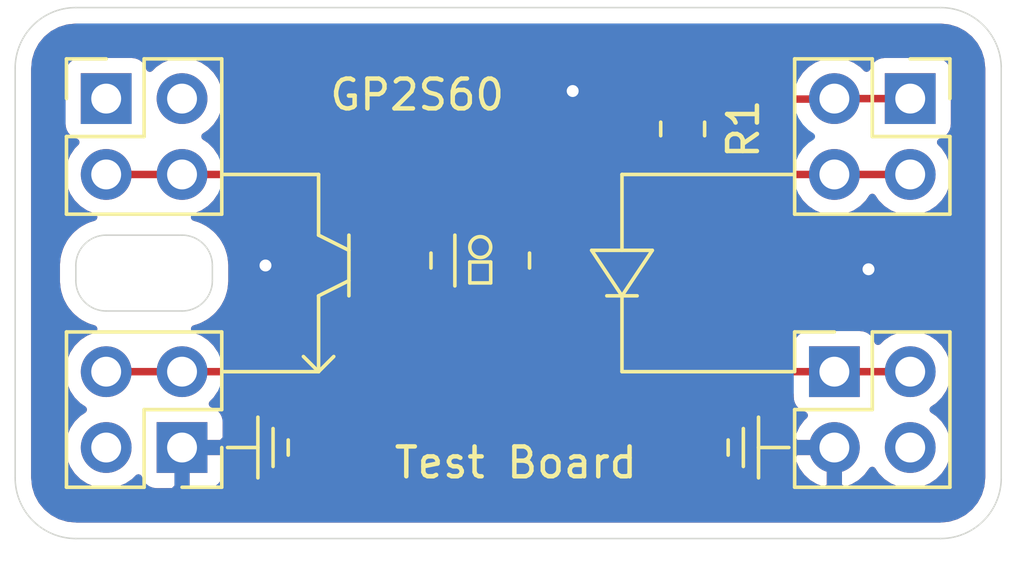
<source format=kicad_pcb>
(kicad_pcb (version 20171130) (host pcbnew "(5.1.9-0-10_14)")

  (general
    (thickness 1.6)
    (drawings 59)
    (tracks 26)
    (zones 0)
    (modules 6)
    (nets 11)
  )

  (page A4)
  (layers
    (0 F.Cu signal)
    (31 B.Cu signal)
    (32 B.Adhes user)
    (33 F.Adhes user)
    (34 B.Paste user)
    (35 F.Paste user)
    (36 B.SilkS user)
    (37 F.SilkS user)
    (38 B.Mask user)
    (39 F.Mask user)
    (40 Dwgs.User user)
    (41 Cmts.User user)
    (42 Eco1.User user)
    (43 Eco2.User user)
    (44 Edge.Cuts user)
    (45 Margin user)
    (46 B.CrtYd user)
    (47 F.CrtYd user)
    (48 B.Fab user hide)
    (49 F.Fab user hide)
  )

  (setup
    (last_trace_width 0.25)
    (user_trace_width 0.5)
    (trace_clearance 0.2)
    (zone_clearance 0.508)
    (zone_45_only no)
    (trace_min 0.2)
    (via_size 0.8)
    (via_drill 0.4)
    (via_min_size 0.4)
    (via_min_drill 0.3)
    (uvia_size 0.3)
    (uvia_drill 0.1)
    (uvias_allowed no)
    (uvia_min_size 0.2)
    (uvia_min_drill 0.1)
    (edge_width 0.05)
    (segment_width 0.2)
    (pcb_text_width 0.3)
    (pcb_text_size 1.5 1.5)
    (mod_edge_width 0.12)
    (mod_text_size 1 1)
    (mod_text_width 0.15)
    (pad_size 1.524 1.524)
    (pad_drill 0.762)
    (pad_to_mask_clearance 0)
    (aux_axis_origin 0 0)
    (visible_elements FFFFFF7F)
    (pcbplotparams
      (layerselection 0x010fc_ffffffff)
      (usegerberextensions false)
      (usegerberattributes true)
      (usegerberadvancedattributes true)
      (creategerberjobfile true)
      (excludeedgelayer true)
      (linewidth 0.100000)
      (plotframeref false)
      (viasonmask false)
      (mode 1)
      (useauxorigin false)
      (hpglpennumber 1)
      (hpglpenspeed 20)
      (hpglpendiameter 15.000000)
      (psnegative false)
      (psa4output false)
      (plotreference true)
      (plotvalue true)
      (plotinvisibletext false)
      (padsonsilk false)
      (subtractmaskfromsilk false)
      (outputformat 1)
      (mirror false)
      (drillshape 0)
      (scaleselection 1)
      (outputdirectory "Release/"))
  )

  (net 0 "")
  (net 1 "Net-(J1-Pad3)")
  (net 2 "Net-(J1-Pad2)")
  (net 3 "Net-(J1-Pad1)")
  (net 4 "Net-(J2-Pad3)")
  (net 5 "Net-(J2-Pad2)")
  (net 6 "Net-(J3-Pad4)")
  (net 7 "Net-(J3-Pad1)")
  (net 8 "Net-(J4-Pad2)")
  (net 9 "Net-(J4-Pad1)")
  (net 10 GND)

  (net_class Default "This is the default net class."
    (clearance 0.2)
    (trace_width 0.25)
    (via_dia 0.8)
    (via_drill 0.4)
    (uvia_dia 0.3)
    (uvia_drill 0.1)
    (add_net GND)
    (add_net "Net-(J1-Pad1)")
    (add_net "Net-(J1-Pad2)")
    (add_net "Net-(J1-Pad3)")
    (add_net "Net-(J2-Pad2)")
    (add_net "Net-(J2-Pad3)")
    (add_net "Net-(J3-Pad1)")
    (add_net "Net-(J3-Pad4)")
    (add_net "Net-(J4-Pad1)")
    (add_net "Net-(J4-Pad2)")
  )

  (module WYW_Package:GP2S60_3217 (layer F.Cu) (tedit 615C54D5) (tstamp 615D1591)
    (at 111.252 80.264)
    (path /615C5AAE)
    (fp_text reference U1 (at 1.4 -1.524) (layer F.Fab)
      (effects (font (size 1 1) (thickness 0.15)))
    )
    (fp_text value GP2S60 (at -11.6 -8) (layer F.Fab)
      (effects (font (size 1 1) (thickness 0.15)))
    )
    (fp_line (start 3 0.6) (end 3 1.1) (layer F.SilkS) (width 0.12))
    (fp_line (start -0.3 0.6) (end -0.3 1.1) (layer F.SilkS) (width 0.12))
    (fp_line (start 0.5 0) (end 0.5 1.7) (layer F.SilkS) (width 0.12))
    (fp_circle (center 1.35 0.4) (end 1.7 0.4) (layer F.SilkS) (width 0.12))
    (fp_line (start 1 0.9) (end 1 1.6) (layer F.SilkS) (width 0.12))
    (fp_line (start 1.7 0.9) (end 1 0.9) (layer F.SilkS) (width 0.12))
    (fp_line (start 1.7 1.6) (end 1.7 0.9) (layer F.SilkS) (width 0.12))
    (fp_line (start 1 1.6) (end 1.7 1.6) (layer F.SilkS) (width 0.12))
    (fp_line (start -0.25 1.175) (end 2.95 1.175) (layer Dwgs.User) (width 0.12))
    (fp_line (start -0.25 0.525) (end -0.25 1.175) (layer Dwgs.User) (width 0.12))
    (fp_line (start 2.95 0.525) (end 2.95 1.175) (layer Dwgs.User) (width 0.12))
    (fp_line (start -0.25 0.525) (end 2.95 0.525) (layer Dwgs.User) (width 0.12))
    (fp_line (start 0 1.7) (end 0 0) (layer Dwgs.User) (width 0.12))
    (fp_line (start 2.7 1.7) (end 0 1.7) (layer Dwgs.User) (width 0.12))
    (fp_line (start 2.7 0) (end 2.7 1.7) (layer Dwgs.User) (width 0.12))
    (fp_line (start 0 0) (end 2.7 0) (layer Dwgs.User) (width 0.12))
    (pad 1 smd roundrect (at -0.2 0.2) (size 1.2 0.7) (layers F.Cu F.Paste F.Mask) (roundrect_rratio 0.25)
      (net 1 "Net-(J1-Pad3)"))
    (pad 2 smd roundrect (at -0.2 1.5) (size 1.2 0.7) (layers F.Cu F.Paste F.Mask) (roundrect_rratio 0.25)
      (net 4 "Net-(J2-Pad3)"))
    (pad 3 smd roundrect (at 2.9 1.5) (size 1.2 0.7) (layers F.Cu F.Paste F.Mask) (roundrect_rratio 0.25)
      (net 7 "Net-(J3-Pad1)"))
    (pad 4 smd roundrect (at 2.9 0.2) (size 1.2 0.7) (layers F.Cu F.Paste F.Mask) (roundrect_rratio 0.25)
      (net 8 "Net-(J4-Pad2)"))
  )

  (module Resistor_SMD:R_0805_2012Metric_Pad1.20x1.40mm_HandSolder (layer F.Cu) (tedit 5F68FEEE) (tstamp 615D1579)
    (at 119.38 76.708 270)
    (descr "Resistor SMD 0805 (2012 Metric), square (rectangular) end terminal, IPC_7351 nominal with elongated pad for handsoldering. (Body size source: IPC-SM-782 page 72, https://www.pcb-3d.com/wordpress/wp-content/uploads/ipc-sm-782a_amendment_1_and_2.pdf), generated with kicad-footprint-generator")
    (tags "resistor handsolder")
    (path /615C6477)
    (attr smd)
    (fp_text reference R1 (at 0 -2.032 90) (layer F.SilkS)
      (effects (font (size 1 1) (thickness 0.15)))
    )
    (fp_text value R_Small (at 0 1.65 90) (layer F.Fab)
      (effects (font (size 1 1) (thickness 0.15)))
    )
    (fp_text user %R (at 0 0 90) (layer F.Fab)
      (effects (font (size 0.5 0.5) (thickness 0.08)))
    )
    (fp_line (start -1 0.625) (end -1 -0.625) (layer F.Fab) (width 0.1))
    (fp_line (start -1 -0.625) (end 1 -0.625) (layer F.Fab) (width 0.1))
    (fp_line (start 1 -0.625) (end 1 0.625) (layer F.Fab) (width 0.1))
    (fp_line (start 1 0.625) (end -1 0.625) (layer F.Fab) (width 0.1))
    (fp_line (start -0.227064 -0.735) (end 0.227064 -0.735) (layer F.SilkS) (width 0.12))
    (fp_line (start -0.227064 0.735) (end 0.227064 0.735) (layer F.SilkS) (width 0.12))
    (fp_line (start -1.85 0.95) (end -1.85 -0.95) (layer F.CrtYd) (width 0.05))
    (fp_line (start -1.85 -0.95) (end 1.85 -0.95) (layer F.CrtYd) (width 0.05))
    (fp_line (start 1.85 -0.95) (end 1.85 0.95) (layer F.CrtYd) (width 0.05))
    (fp_line (start 1.85 0.95) (end -1.85 0.95) (layer F.CrtYd) (width 0.05))
    (pad 2 smd roundrect (at 1 0 270) (size 1.2 1.4) (layers F.Cu F.Paste F.Mask) (roundrect_rratio 0.2083325)
      (net 8 "Net-(J4-Pad2)"))
    (pad 1 smd roundrect (at -1 0 270) (size 1.2 1.4) (layers F.Cu F.Paste F.Mask) (roundrect_rratio 0.2083325)
      (net 9 "Net-(J4-Pad1)"))
    (model ${KISYS3DMOD}/Resistor_SMD.3dshapes/R_0805_2012Metric.wrl
      (at (xyz 0 0 0))
      (scale (xyz 1 1 1))
      (rotate (xyz 0 0 0))
    )
  )

  (module Connector_PinHeader_2.54mm:PinHeader_2x02_P2.54mm_Vertical (layer F.Cu) (tedit 59FED5CC) (tstamp 615D1568)
    (at 127 75.692 270)
    (descr "Through hole straight pin header, 2x02, 2.54mm pitch, double rows")
    (tags "Through hole pin header THT 2x02 2.54mm double row")
    (path /615C726C)
    (fp_text reference J4 (at 1.27 -2.33 90) (layer B.Fab)
      (effects (font (size 1 1) (thickness 0.15)))
    )
    (fp_text value Conn_02x02_Top_Bottom (at 1.27 4.87 90) (layer F.Fab)
      (effects (font (size 1 1) (thickness 0.15)))
    )
    (fp_text user %R (at 1.27 1.27) (layer F.Fab)
      (effects (font (size 1 1) (thickness 0.15)))
    )
    (fp_line (start 0 -1.27) (end 3.81 -1.27) (layer F.Fab) (width 0.1))
    (fp_line (start 3.81 -1.27) (end 3.81 3.81) (layer F.Fab) (width 0.1))
    (fp_line (start 3.81 3.81) (end -1.27 3.81) (layer F.Fab) (width 0.1))
    (fp_line (start -1.27 3.81) (end -1.27 0) (layer F.Fab) (width 0.1))
    (fp_line (start -1.27 0) (end 0 -1.27) (layer F.Fab) (width 0.1))
    (fp_line (start -1.33 3.87) (end 3.87 3.87) (layer F.SilkS) (width 0.12))
    (fp_line (start -1.33 1.27) (end -1.33 3.87) (layer F.SilkS) (width 0.12))
    (fp_line (start 3.87 -1.33) (end 3.87 3.87) (layer F.SilkS) (width 0.12))
    (fp_line (start -1.33 1.27) (end 1.27 1.27) (layer F.SilkS) (width 0.12))
    (fp_line (start 1.27 1.27) (end 1.27 -1.33) (layer F.SilkS) (width 0.12))
    (fp_line (start 1.27 -1.33) (end 3.87 -1.33) (layer F.SilkS) (width 0.12))
    (fp_line (start -1.33 0) (end -1.33 -1.33) (layer F.SilkS) (width 0.12))
    (fp_line (start -1.33 -1.33) (end 0 -1.33) (layer F.SilkS) (width 0.12))
    (fp_line (start -1.8 -1.8) (end -1.8 4.35) (layer F.CrtYd) (width 0.05))
    (fp_line (start -1.8 4.35) (end 4.35 4.35) (layer F.CrtYd) (width 0.05))
    (fp_line (start 4.35 4.35) (end 4.35 -1.8) (layer F.CrtYd) (width 0.05))
    (fp_line (start 4.35 -1.8) (end -1.8 -1.8) (layer F.CrtYd) (width 0.05))
    (pad 4 thru_hole oval (at 2.54 2.54 270) (size 1.7 1.7) (drill 1) (layers *.Cu *.Mask)
      (net 8 "Net-(J4-Pad2)"))
    (pad 3 thru_hole oval (at 0 2.54 270) (size 1.7 1.7) (drill 1) (layers *.Cu *.Mask)
      (net 9 "Net-(J4-Pad1)"))
    (pad 2 thru_hole oval (at 2.54 0 270) (size 1.7 1.7) (drill 1) (layers *.Cu *.Mask)
      (net 8 "Net-(J4-Pad2)"))
    (pad 1 thru_hole rect (at 0 0 270) (size 1.7 1.7) (drill 1) (layers *.Cu *.Mask)
      (net 9 "Net-(J4-Pad1)"))
    (model ${KISYS3DMOD}/Connector_PinHeader_2.54mm.3dshapes/PinHeader_2x02_P2.54mm_Vertical.wrl
      (at (xyz 0 0 0))
      (scale (xyz 1 1 1))
      (rotate (xyz 0 0 0))
    )
  )

  (module Connector_PinHeader_2.54mm:PinHeader_2x02_P2.54mm_Vertical (layer F.Cu) (tedit 59FED5CC) (tstamp 615D154E)
    (at 124.46 84.836)
    (descr "Through hole straight pin header, 2x02, 2.54mm pitch, double rows")
    (tags "Through hole pin header THT 2x02 2.54mm double row")
    (path /615CA141)
    (fp_text reference J3 (at 1.27 -2.33) (layer B.Fab)
      (effects (font (size 1 1) (thickness 0.15)))
    )
    (fp_text value Conn_02x02_Top_Bottom (at 1.27 4.87) (layer F.Fab)
      (effects (font (size 1 1) (thickness 0.15)))
    )
    (fp_text user %R (at 1.27 1.27 90) (layer F.Fab)
      (effects (font (size 1 1) (thickness 0.15)))
    )
    (fp_line (start 0 -1.27) (end 3.81 -1.27) (layer F.Fab) (width 0.1))
    (fp_line (start 3.81 -1.27) (end 3.81 3.81) (layer F.Fab) (width 0.1))
    (fp_line (start 3.81 3.81) (end -1.27 3.81) (layer F.Fab) (width 0.1))
    (fp_line (start -1.27 3.81) (end -1.27 0) (layer F.Fab) (width 0.1))
    (fp_line (start -1.27 0) (end 0 -1.27) (layer F.Fab) (width 0.1))
    (fp_line (start -1.33 3.87) (end 3.87 3.87) (layer F.SilkS) (width 0.12))
    (fp_line (start -1.33 1.27) (end -1.33 3.87) (layer F.SilkS) (width 0.12))
    (fp_line (start 3.87 -1.33) (end 3.87 3.87) (layer F.SilkS) (width 0.12))
    (fp_line (start -1.33 1.27) (end 1.27 1.27) (layer F.SilkS) (width 0.12))
    (fp_line (start 1.27 1.27) (end 1.27 -1.33) (layer F.SilkS) (width 0.12))
    (fp_line (start 1.27 -1.33) (end 3.87 -1.33) (layer F.SilkS) (width 0.12))
    (fp_line (start -1.33 0) (end -1.33 -1.33) (layer F.SilkS) (width 0.12))
    (fp_line (start -1.33 -1.33) (end 0 -1.33) (layer F.SilkS) (width 0.12))
    (fp_line (start -1.8 -1.8) (end -1.8 4.35) (layer F.CrtYd) (width 0.05))
    (fp_line (start -1.8 4.35) (end 4.35 4.35) (layer F.CrtYd) (width 0.05))
    (fp_line (start 4.35 4.35) (end 4.35 -1.8) (layer F.CrtYd) (width 0.05))
    (fp_line (start 4.35 -1.8) (end -1.8 -1.8) (layer F.CrtYd) (width 0.05))
    (pad 4 thru_hole oval (at 2.54 2.54) (size 1.7 1.7) (drill 1) (layers *.Cu *.Mask)
      (net 6 "Net-(J3-Pad4)"))
    (pad 3 thru_hole oval (at 0 2.54) (size 1.7 1.7) (drill 1) (layers *.Cu *.Mask)
      (net 10 GND))
    (pad 2 thru_hole oval (at 2.54 0) (size 1.7 1.7) (drill 1) (layers *.Cu *.Mask)
      (net 7 "Net-(J3-Pad1)"))
    (pad 1 thru_hole rect (at 0 0) (size 1.7 1.7) (drill 1) (layers *.Cu *.Mask)
      (net 7 "Net-(J3-Pad1)"))
    (model ${KISYS3DMOD}/Connector_PinHeader_2.54mm.3dshapes/PinHeader_2x02_P2.54mm_Vertical.wrl
      (at (xyz 0 0 0))
      (scale (xyz 1 1 1))
      (rotate (xyz 0 0 0))
    )
  )

  (module Connector_PinHeader_2.54mm:PinHeader_2x02_P2.54mm_Vertical (layer F.Cu) (tedit 59FED5CC) (tstamp 615D1534)
    (at 102.616 87.376 180)
    (descr "Through hole straight pin header, 2x02, 2.54mm pitch, double rows")
    (tags "Through hole pin header THT 2x02 2.54mm double row")
    (path /615C94D7)
    (fp_text reference J2 (at 1.27 -2.33) (layer B.Fab)
      (effects (font (size 1 1) (thickness 0.15)))
    )
    (fp_text value Conn_02x02_Top_Bottom (at 1.27 4.87) (layer F.Fab)
      (effects (font (size 1 1) (thickness 0.15)))
    )
    (fp_text user %R (at 1.27 1.27 90) (layer F.Fab)
      (effects (font (size 1 1) (thickness 0.15)))
    )
    (fp_line (start 0 -1.27) (end 3.81 -1.27) (layer F.Fab) (width 0.1))
    (fp_line (start 3.81 -1.27) (end 3.81 3.81) (layer F.Fab) (width 0.1))
    (fp_line (start 3.81 3.81) (end -1.27 3.81) (layer F.Fab) (width 0.1))
    (fp_line (start -1.27 3.81) (end -1.27 0) (layer F.Fab) (width 0.1))
    (fp_line (start -1.27 0) (end 0 -1.27) (layer F.Fab) (width 0.1))
    (fp_line (start -1.33 3.87) (end 3.87 3.87) (layer F.SilkS) (width 0.12))
    (fp_line (start -1.33 1.27) (end -1.33 3.87) (layer F.SilkS) (width 0.12))
    (fp_line (start 3.87 -1.33) (end 3.87 3.87) (layer F.SilkS) (width 0.12))
    (fp_line (start -1.33 1.27) (end 1.27 1.27) (layer F.SilkS) (width 0.12))
    (fp_line (start 1.27 1.27) (end 1.27 -1.33) (layer F.SilkS) (width 0.12))
    (fp_line (start 1.27 -1.33) (end 3.87 -1.33) (layer F.SilkS) (width 0.12))
    (fp_line (start -1.33 0) (end -1.33 -1.33) (layer F.SilkS) (width 0.12))
    (fp_line (start -1.33 -1.33) (end 0 -1.33) (layer F.SilkS) (width 0.12))
    (fp_line (start -1.8 -1.8) (end -1.8 4.35) (layer F.CrtYd) (width 0.05))
    (fp_line (start -1.8 4.35) (end 4.35 4.35) (layer F.CrtYd) (width 0.05))
    (fp_line (start 4.35 4.35) (end 4.35 -1.8) (layer F.CrtYd) (width 0.05))
    (fp_line (start 4.35 -1.8) (end -1.8 -1.8) (layer F.CrtYd) (width 0.05))
    (pad 4 thru_hole oval (at 2.54 2.54 180) (size 1.7 1.7) (drill 1) (layers *.Cu *.Mask)
      (net 4 "Net-(J2-Pad3)"))
    (pad 3 thru_hole oval (at 0 2.54 180) (size 1.7 1.7) (drill 1) (layers *.Cu *.Mask)
      (net 4 "Net-(J2-Pad3)"))
    (pad 2 thru_hole oval (at 2.54 0 180) (size 1.7 1.7) (drill 1) (layers *.Cu *.Mask)
      (net 5 "Net-(J2-Pad2)"))
    (pad 1 thru_hole rect (at 0 0 180) (size 1.7 1.7) (drill 1) (layers *.Cu *.Mask)
      (net 10 GND))
    (model ${KISYS3DMOD}/Connector_PinHeader_2.54mm.3dshapes/PinHeader_2x02_P2.54mm_Vertical.wrl
      (at (xyz 0 0 0))
      (scale (xyz 1 1 1))
      (rotate (xyz 0 0 0))
    )
  )

  (module Connector_PinHeader_2.54mm:PinHeader_2x02_P2.54mm_Vertical (layer F.Cu) (tedit 59FED5CC) (tstamp 615D151A)
    (at 100.076 75.692)
    (descr "Through hole straight pin header, 2x02, 2.54mm pitch, double rows")
    (tags "Through hole pin header THT 2x02 2.54mm double row")
    (path /615C8E25)
    (fp_text reference J1 (at 1.27 -2.33) (layer B.Fab)
      (effects (font (size 1 1) (thickness 0.15)))
    )
    (fp_text value Conn_02x02_Top_Bottom (at 1.27 4.87) (layer F.Fab)
      (effects (font (size 1 1) (thickness 0.15)))
    )
    (fp_text user %R (at 1.27 1.27 90) (layer F.Fab)
      (effects (font (size 1 1) (thickness 0.15)))
    )
    (fp_line (start 0 -1.27) (end 3.81 -1.27) (layer F.Fab) (width 0.1))
    (fp_line (start 3.81 -1.27) (end 3.81 3.81) (layer F.Fab) (width 0.1))
    (fp_line (start 3.81 3.81) (end -1.27 3.81) (layer F.Fab) (width 0.1))
    (fp_line (start -1.27 3.81) (end -1.27 0) (layer F.Fab) (width 0.1))
    (fp_line (start -1.27 0) (end 0 -1.27) (layer F.Fab) (width 0.1))
    (fp_line (start -1.33 3.87) (end 3.87 3.87) (layer F.SilkS) (width 0.12))
    (fp_line (start -1.33 1.27) (end -1.33 3.87) (layer F.SilkS) (width 0.12))
    (fp_line (start 3.87 -1.33) (end 3.87 3.87) (layer F.SilkS) (width 0.12))
    (fp_line (start -1.33 1.27) (end 1.27 1.27) (layer F.SilkS) (width 0.12))
    (fp_line (start 1.27 1.27) (end 1.27 -1.33) (layer F.SilkS) (width 0.12))
    (fp_line (start 1.27 -1.33) (end 3.87 -1.33) (layer F.SilkS) (width 0.12))
    (fp_line (start -1.33 0) (end -1.33 -1.33) (layer F.SilkS) (width 0.12))
    (fp_line (start -1.33 -1.33) (end 0 -1.33) (layer F.SilkS) (width 0.12))
    (fp_line (start -1.8 -1.8) (end -1.8 4.35) (layer F.CrtYd) (width 0.05))
    (fp_line (start -1.8 4.35) (end 4.35 4.35) (layer F.CrtYd) (width 0.05))
    (fp_line (start 4.35 4.35) (end 4.35 -1.8) (layer F.CrtYd) (width 0.05))
    (fp_line (start 4.35 -1.8) (end -1.8 -1.8) (layer F.CrtYd) (width 0.05))
    (pad 4 thru_hole oval (at 2.54 2.54) (size 1.7 1.7) (drill 1) (layers *.Cu *.Mask)
      (net 1 "Net-(J1-Pad3)"))
    (pad 3 thru_hole oval (at 0 2.54) (size 1.7 1.7) (drill 1) (layers *.Cu *.Mask)
      (net 1 "Net-(J1-Pad3)"))
    (pad 2 thru_hole oval (at 2.54 0) (size 1.7 1.7) (drill 1) (layers *.Cu *.Mask)
      (net 2 "Net-(J1-Pad2)"))
    (pad 1 thru_hole rect (at 0 0) (size 1.7 1.7) (drill 1) (layers *.Cu *.Mask)
      (net 3 "Net-(J1-Pad1)"))
    (model ${KISYS3DMOD}/Connector_PinHeader_2.54mm.3dshapes/PinHeader_2x02_P2.54mm_Vertical.wrl
      (at (xyz 0 0 0))
      (scale (xyz 1 1 1))
      (rotate (xyz 0 0 0))
    )
  )

  (gr_line (start 117.348 84.836) (end 123.063 84.836) (layer F.SilkS) (width 0.12))
  (gr_line (start 117.348 78.232) (end 123.063 78.232) (layer F.SilkS) (width 0.12))
  (gr_line (start 107.188 84.836) (end 104.013 84.836) (layer F.SilkS) (width 0.12))
  (gr_line (start 107.188 78.232) (end 104.013 78.232) (layer F.SilkS) (width 0.12))
  (gr_text GP2S60 (at 110.49 75.565) (layer F.SilkS) (tstamp 615D1EB7)
    (effects (font (size 1 1) (thickness 0.15)))
  )
  (gr_line (start 121.412 88.011) (end 121.412 86.741) (layer F.SilkS) (width 0.12) (tstamp 615D1C5F))
  (gr_line (start 120.904 87.63) (end 120.904 87.122) (layer F.SilkS) (width 0.12) (tstamp 615D1C5E))
  (gr_line (start 122.936 87.376) (end 121.92 87.376) (layer F.SilkS) (width 0.12) (tstamp 615D1C5D))
  (gr_line (start 121.92 88.392) (end 121.92 86.36) (layer F.SilkS) (width 0.12) (tstamp 615D1C5C))
  (gr_line (start 105.664 86.741) (end 105.664 88.011) (layer F.SilkS) (width 0.12))
  (gr_line (start 106.172 87.122) (end 106.172 87.63) (layer F.SilkS) (width 0.12))
  (gr_line (start 105.156 86.36) (end 105.156 88.392) (layer F.SilkS) (width 0.12))
  (gr_line (start 104.14 87.376) (end 105.156 87.376) (layer F.SilkS) (width 0.12))
  (gr_text "Test Board" (at 113.792 87.884) (layer F.SilkS)
    (effects (font (size 1 1) (thickness 0.15)))
  )
  (gr_line (start 117.348 82.296) (end 117.348 84.836) (layer F.SilkS) (width 0.12))
  (gr_line (start 116.84 82.296) (end 117.856 82.296) (layer F.SilkS) (width 0.12))
  (gr_line (start 117.348 82.296) (end 116.332 80.772) (layer F.SilkS) (width 0.12) (tstamp 615D1AC2))
  (gr_line (start 118.364 80.772) (end 117.348 82.296) (layer F.SilkS) (width 0.12))
  (gr_line (start 116.332 80.772) (end 118.364 80.772) (layer F.SilkS) (width 0.12))
  (gr_line (start 117.348 78.232) (end 117.348 80.772) (layer F.SilkS) (width 0.12))
  (gr_line (start 108.204 80.264) (end 108.204 82.296) (layer F.SilkS) (width 0.12))
  (gr_line (start 107.696 84.328) (end 107.188 84.836) (layer F.SilkS) (width 0.12) (tstamp 615D1A71))
  (gr_line (start 107.188 84.836) (end 106.68 84.328) (layer F.SilkS) (width 0.12))
  (gr_line (start 107.188 82.296) (end 107.188 84.836) (layer F.SilkS) (width 0.12))
  (gr_line (start 108.204 81.788) (end 107.188 82.296) (layer F.SilkS) (width 0.12))
  (gr_line (start 107.188 80.264) (end 108.204 80.772) (layer F.SilkS) (width 0.12))
  (gr_line (start 107.188 78.232) (end 107.188 80.264) (layer F.SilkS) (width 0.12))
  (gr_arc (start 102.616 81.788) (end 102.616 83.058) (angle -90) (layer Margin) (width 0.15))
  (gr_arc (start 102.616 81.28) (end 103.886 81.28) (angle -90) (layer Margin) (width 0.15))
  (gr_arc (start 100.076 81.28) (end 100.076 80.01) (angle -90) (layer Margin) (width 0.15))
  (gr_arc (start 100.076 81.788) (end 98.806 81.788) (angle -90) (layer Margin) (width 0.15))
  (gr_line (start 100.076 83.058) (end 102.616 83.058) (layer Margin) (width 0.15) (tstamp 615D1A6F))
  (gr_line (start 100.076 80.01) (end 102.616 80.01) (layer Margin) (width 0.15))
  (gr_line (start 98.806 81.788) (end 98.806 81.28) (layer Margin) (width 0.15))
  (gr_line (start 103.886 81.28) (end 103.886 81.788) (layer Margin) (width 0.15))
  (gr_arc (start 102.616 81.788) (end 102.616 82.804) (angle -90) (layer Edge.Cuts) (width 0.05))
  (gr_arc (start 100.076 81.788) (end 99.06 81.788) (angle -90) (layer Edge.Cuts) (width 0.05))
  (gr_arc (start 100.076 81.28) (end 100.076 80.264) (angle -90) (layer Edge.Cuts) (width 0.05))
  (gr_arc (start 102.616 81.28) (end 103.632 81.28) (angle -90) (layer Edge.Cuts) (width 0.05))
  (gr_line (start 99.06 81.788) (end 99.06 81.28) (layer Edge.Cuts) (width 0.05) (tstamp 615D1A49))
  (gr_line (start 102.616 82.804) (end 100.076 82.804) (layer Edge.Cuts) (width 0.05))
  (gr_line (start 103.632 81.28) (end 103.632 81.788) (layer Edge.Cuts) (width 0.05))
  (gr_line (start 100.076 80.264) (end 102.616 80.264) (layer Edge.Cuts) (width 0.05))
  (gr_arc (start 99.06 88.392) (end 97.028 88.392) (angle -90) (layer Edge.Cuts) (width 0.05) (tstamp 615D1A26))
  (gr_arc (start 128.016 88.392) (end 128.016 90.424) (angle -90) (layer Edge.Cuts) (width 0.05) (tstamp 615D1A26))
  (gr_arc (start 128.016 74.676) (end 130.048 74.676) (angle -90) (layer Edge.Cuts) (width 0.05) (tstamp 615D1A26))
  (gr_arc (start 128.016 74.676) (end 129.54 74.676) (angle -90) (layer Margin) (width 0.15) (tstamp 615D1A17))
  (gr_arc (start 128.016 88.392) (end 128.016 89.916) (angle -90) (layer Margin) (width 0.15) (tstamp 615D1A17))
  (gr_arc (start 99.06 88.392) (end 97.536 88.392) (angle -90) (layer Margin) (width 0.15) (tstamp 615D1A17))
  (gr_arc (start 99.06 74.676) (end 99.06 73.152) (angle -90) (layer Margin) (width 0.15))
  (gr_arc (start 99.06 74.676) (end 99.06 72.644) (angle -90) (layer Edge.Cuts) (width 0.05))
  (gr_line (start 128.016 72.644) (end 99.06 72.644) (layer Edge.Cuts) (width 0.05) (tstamp 615D1A0B))
  (gr_line (start 130.048 88.392) (end 130.048 74.676) (layer Edge.Cuts) (width 0.05))
  (gr_line (start 99.06 90.424) (end 128.016 90.424) (layer Edge.Cuts) (width 0.05))
  (gr_line (start 97.028 74.676) (end 97.028 88.392) (layer Edge.Cuts) (width 0.05))
  (gr_line (start 128.016 73.152) (end 99.06 73.152) (layer Margin) (width 0.15) (tstamp 615D1960))
  (gr_line (start 129.54 88.392) (end 129.54 74.676) (layer Margin) (width 0.15))
  (gr_line (start 99.06 89.916) (end 128.016 89.916) (layer Margin) (width 0.15))
  (gr_line (start 97.536 74.676) (end 97.536 88.392) (layer Margin) (width 0.15))

  (segment (start 111.052 80.464) (end 111.052 78.54) (width 0.25) (layer F.Cu) (net 1))
  (segment (start 110.744 78.232) (end 102.616 78.232) (width 0.25) (layer F.Cu) (net 1))
  (segment (start 111.052 78.54) (end 110.744 78.232) (width 0.25) (layer F.Cu) (net 1))
  (segment (start 102.616 78.232) (end 100.076 78.232) (width 0.25) (layer F.Cu) (net 1))
  (segment (start 100.076 84.836) (end 102.616 84.836) (width 0.25) (layer F.Cu) (net 4))
  (segment (start 111.052 81.764) (end 111.052 84.528) (width 0.25) (layer F.Cu) (net 4))
  (segment (start 110.744 84.836) (end 102.616 84.836) (width 0.25) (layer F.Cu) (net 4))
  (segment (start 111.052 84.528) (end 110.744 84.836) (width 0.25) (layer F.Cu) (net 4))
  (segment (start 114.152 81.764) (end 114.152 84.688) (width 0.25) (layer F.Cu) (net 7))
  (segment (start 114.152 84.688) (end 114.3 84.836) (width 0.25) (layer F.Cu) (net 7))
  (segment (start 114.3 84.836) (end 124.46 84.836) (width 0.25) (layer F.Cu) (net 7))
  (segment (start 124.46 84.836) (end 127 84.836) (width 0.25) (layer F.Cu) (net 7))
  (segment (start 114.152 80.464) (end 114.152 78.38) (width 0.25) (layer F.Cu) (net 8))
  (segment (start 114.152 78.38) (end 114.3 78.232) (width 0.25) (layer F.Cu) (net 8))
  (segment (start 118.856 78.232) (end 119.38 77.708) (width 0.25) (layer F.Cu) (net 8))
  (segment (start 114.3 78.232) (end 118.856 78.232) (width 0.25) (layer F.Cu) (net 8))
  (segment (start 119.38 77.708) (end 119.872 77.708) (width 0.25) (layer F.Cu) (net 8))
  (segment (start 120.396 78.232) (end 124.46 78.232) (width 0.25) (layer F.Cu) (net 8))
  (segment (start 119.872 77.708) (end 120.396 78.232) (width 0.25) (layer F.Cu) (net 8))
  (segment (start 124.46 78.232) (end 127 78.232) (width 0.25) (layer F.Cu) (net 8))
  (segment (start 124.444 75.708) (end 124.46 75.692) (width 0.25) (layer F.Cu) (net 9))
  (segment (start 119.38 75.708) (end 124.444 75.708) (width 0.25) (layer F.Cu) (net 9))
  (segment (start 127 75.692) (end 124.46 75.692) (width 0.25) (layer F.Cu) (net 9))
  (via (at 105.41 81.28) (size 0.8) (drill 0.4) (layers F.Cu B.Cu) (net 10))
  (via (at 115.697 75.438) (size 0.8) (drill 0.4) (layers F.Cu B.Cu) (net 10))
  (via (at 125.603 81.407) (size 0.8) (drill 0.4) (layers F.Cu B.Cu) (net 10))

  (zone (net 10) (net_name GND) (layer F.Cu) (tstamp 615D1EE6) (hatch edge 0.508)
    (connect_pads (clearance 0.508))
    (min_thickness 0.254)
    (fill yes (arc_segments 32) (thermal_gap 0.508) (thermal_bridge_width 0.508))
    (polygon
      (pts
        (xy 130.81 91.44) (xy 96.52 91.44) (xy 96.52 72.39) (xy 130.81 72.39)
      )
    )
    (filled_polygon
      (pts
        (xy 128.281875 73.333234) (xy 128.537622 73.410448) (xy 128.773504 73.535869) (xy 128.98053 73.704716) (xy 129.150813 73.910554)
        (xy 129.277879 74.145556) (xy 129.356876 74.400756) (xy 129.388001 74.696891) (xy 129.388 88.359721) (xy 129.358766 88.657876)
        (xy 129.281551 88.913624) (xy 129.156131 89.149504) (xy 128.987289 89.356525) (xy 128.781446 89.526813) (xy 128.546444 89.653879)
        (xy 128.29124 89.732877) (xy 127.995118 89.764) (xy 99.092279 89.764) (xy 98.794124 89.734766) (xy 98.538376 89.657551)
        (xy 98.302496 89.532131) (xy 98.095475 89.363289) (xy 97.925187 89.157446) (xy 97.798121 88.922444) (xy 97.719123 88.66724)
        (xy 97.688 88.371118) (xy 97.688 81.247581) (xy 98.4 81.247581) (xy 98.4 81.820418) (xy 98.402784 81.84869)
        (xy 98.402741 81.854911) (xy 98.403641 81.864083) (xy 98.424368 82.061284) (xy 98.436387 82.119834) (xy 98.447604 82.178639)
        (xy 98.450268 82.187461) (xy 98.508903 82.376882) (xy 98.532076 82.432009) (xy 98.554493 82.487492) (xy 98.558819 82.495629)
        (xy 98.65313 82.670052) (xy 98.686575 82.719636) (xy 98.719335 82.769699) (xy 98.725159 82.77684) (xy 98.851554 82.929624)
        (xy 98.893969 82.971744) (xy 98.935851 83.014513) (xy 98.942952 83.020387) (xy 99.096614 83.145711) (xy 99.146423 83.178803)
        (xy 99.195795 83.21261) (xy 99.203902 83.216993) (xy 99.37898 83.310084) (xy 99.434275 83.332875) (xy 99.48927 83.356446)
        (xy 99.498074 83.359171) (xy 99.653204 83.406007) (xy 99.642842 83.408068) (xy 99.372589 83.52001) (xy 99.129368 83.682525)
        (xy 98.922525 83.889368) (xy 98.76001 84.132589) (xy 98.648068 84.402842) (xy 98.591 84.68974) (xy 98.591 84.98226)
        (xy 98.648068 85.269158) (xy 98.76001 85.539411) (xy 98.922525 85.782632) (xy 99.129368 85.989475) (xy 99.30376 86.106)
        (xy 99.129368 86.222525) (xy 98.922525 86.429368) (xy 98.76001 86.672589) (xy 98.648068 86.942842) (xy 98.591 87.22974)
        (xy 98.591 87.52226) (xy 98.648068 87.809158) (xy 98.76001 88.079411) (xy 98.922525 88.322632) (xy 99.129368 88.529475)
        (xy 99.372589 88.69199) (xy 99.642842 88.803932) (xy 99.92974 88.861) (xy 100.22226 88.861) (xy 100.509158 88.803932)
        (xy 100.779411 88.69199) (xy 101.022632 88.529475) (xy 101.154487 88.39762) (xy 101.176498 88.47018) (xy 101.235463 88.580494)
        (xy 101.314815 88.677185) (xy 101.411506 88.756537) (xy 101.52182 88.815502) (xy 101.641518 88.851812) (xy 101.766 88.864072)
        (xy 102.33025 88.861) (xy 102.489 88.70225) (xy 102.489 87.503) (xy 102.743 87.503) (xy 102.743 88.70225)
        (xy 102.90175 88.861) (xy 103.466 88.864072) (xy 103.590482 88.851812) (xy 103.71018 88.815502) (xy 103.820494 88.756537)
        (xy 103.917185 88.677185) (xy 103.996537 88.580494) (xy 104.055502 88.47018) (xy 104.091812 88.350482) (xy 104.104072 88.226)
        (xy 104.101388 87.73289) (xy 123.018524 87.73289) (xy 123.063175 87.880099) (xy 123.188359 88.14292) (xy 123.362412 88.376269)
        (xy 123.578645 88.571178) (xy 123.828748 88.720157) (xy 124.103109 88.817481) (xy 124.333 88.696814) (xy 124.333 87.503)
        (xy 123.139845 87.503) (xy 123.018524 87.73289) (xy 104.101388 87.73289) (xy 104.101 87.66175) (xy 103.94225 87.503)
        (xy 102.743 87.503) (xy 102.489 87.503) (xy 102.469 87.503) (xy 102.469 87.249) (xy 102.489 87.249)
        (xy 102.489 87.229) (xy 102.743 87.229) (xy 102.743 87.249) (xy 103.94225 87.249) (xy 104.101 87.09025)
        (xy 104.104072 86.526) (xy 104.091812 86.401518) (xy 104.055502 86.28182) (xy 103.996537 86.171506) (xy 103.917185 86.074815)
        (xy 103.820494 85.995463) (xy 103.71018 85.936498) (xy 103.63762 85.914487) (xy 103.769475 85.782632) (xy 103.894178 85.596)
        (xy 110.706678 85.596) (xy 110.744 85.599676) (xy 110.781322 85.596) (xy 110.781333 85.596) (xy 110.892986 85.585003)
        (xy 111.036247 85.541546) (xy 111.168276 85.470974) (xy 111.284001 85.376001) (xy 111.307804 85.346997) (xy 111.562997 85.091804)
        (xy 111.592001 85.068001) (xy 111.686974 84.952276) (xy 111.757546 84.820247) (xy 111.801003 84.676986) (xy 111.812 84.565333)
        (xy 111.812 84.565325) (xy 111.815676 84.528) (xy 111.812 84.490675) (xy 111.812 82.677432) (xy 111.928719 82.615045)
        (xy 112.051929 82.513929) (xy 112.153045 82.390719) (xy 112.228181 82.250149) (xy 112.274449 82.097622) (xy 112.290072 81.939)
        (xy 112.290072 81.589) (xy 112.274449 81.430378) (xy 112.228181 81.277851) (xy 112.153045 81.137281) (xy 112.133939 81.114)
        (xy 112.153045 81.090719) (xy 112.228181 80.950149) (xy 112.274449 80.797622) (xy 112.290072 80.639) (xy 112.290072 80.289)
        (xy 112.913928 80.289) (xy 112.913928 80.639) (xy 112.929551 80.797622) (xy 112.975819 80.950149) (xy 113.050955 81.090719)
        (xy 113.070061 81.114) (xy 113.050955 81.137281) (xy 112.975819 81.277851) (xy 112.929551 81.430378) (xy 112.913928 81.589)
        (xy 112.913928 81.939) (xy 112.929551 82.097622) (xy 112.975819 82.250149) (xy 113.050955 82.390719) (xy 113.152071 82.513929)
        (xy 113.275281 82.615045) (xy 113.392 82.677433) (xy 113.392001 84.650668) (xy 113.388324 84.688) (xy 113.402998 84.836985)
        (xy 113.446454 84.980246) (xy 113.517026 85.112276) (xy 113.588201 85.199002) (xy 113.612 85.228001) (xy 113.640998 85.251799)
        (xy 113.736196 85.346997) (xy 113.759999 85.376001) (xy 113.875724 85.470974) (xy 114.007753 85.541546) (xy 114.151014 85.585003)
        (xy 114.262667 85.596) (xy 114.3 85.599677) (xy 114.337333 85.596) (xy 122.971928 85.596) (xy 122.971928 85.686)
        (xy 122.984188 85.810482) (xy 123.020498 85.93018) (xy 123.079463 86.040494) (xy 123.158815 86.137185) (xy 123.255506 86.216537)
        (xy 123.36582 86.275502) (xy 123.446466 86.299966) (xy 123.362412 86.375731) (xy 123.188359 86.60908) (xy 123.063175 86.871901)
        (xy 123.018524 87.01911) (xy 123.139845 87.249) (xy 124.333 87.249) (xy 124.333 87.229) (xy 124.587 87.229)
        (xy 124.587 87.249) (xy 124.607 87.249) (xy 124.607 87.503) (xy 124.587 87.503) (xy 124.587 88.696814)
        (xy 124.816891 88.817481) (xy 125.091252 88.720157) (xy 125.341355 88.571178) (xy 125.557588 88.376269) (xy 125.7289 88.146594)
        (xy 125.846525 88.322632) (xy 126.053368 88.529475) (xy 126.296589 88.69199) (xy 126.566842 88.803932) (xy 126.85374 88.861)
        (xy 127.14626 88.861) (xy 127.433158 88.803932) (xy 127.703411 88.69199) (xy 127.946632 88.529475) (xy 128.153475 88.322632)
        (xy 128.31599 88.079411) (xy 128.427932 87.809158) (xy 128.485 87.52226) (xy 128.485 87.22974) (xy 128.427932 86.942842)
        (xy 128.31599 86.672589) (xy 128.153475 86.429368) (xy 127.946632 86.222525) (xy 127.77224 86.106) (xy 127.946632 85.989475)
        (xy 128.153475 85.782632) (xy 128.31599 85.539411) (xy 128.427932 85.269158) (xy 128.485 84.98226) (xy 128.485 84.68974)
        (xy 128.427932 84.402842) (xy 128.31599 84.132589) (xy 128.153475 83.889368) (xy 127.946632 83.682525) (xy 127.703411 83.52001)
        (xy 127.433158 83.408068) (xy 127.14626 83.351) (xy 126.85374 83.351) (xy 126.566842 83.408068) (xy 126.296589 83.52001)
        (xy 126.053368 83.682525) (xy 125.921513 83.81438) (xy 125.899502 83.74182) (xy 125.840537 83.631506) (xy 125.761185 83.534815)
        (xy 125.664494 83.455463) (xy 125.55418 83.396498) (xy 125.434482 83.360188) (xy 125.31 83.347928) (xy 123.61 83.347928)
        (xy 123.485518 83.360188) (xy 123.36582 83.396498) (xy 123.255506 83.455463) (xy 123.158815 83.534815) (xy 123.079463 83.631506)
        (xy 123.020498 83.74182) (xy 122.984188 83.861518) (xy 122.971928 83.986) (xy 122.971928 84.076) (xy 114.912 84.076)
        (xy 114.912 82.677432) (xy 115.028719 82.615045) (xy 115.151929 82.513929) (xy 115.253045 82.390719) (xy 115.328181 82.250149)
        (xy 115.374449 82.097622) (xy 115.390072 81.939) (xy 115.390072 81.589) (xy 115.374449 81.430378) (xy 115.328181 81.277851)
        (xy 115.253045 81.137281) (xy 115.233939 81.114) (xy 115.253045 81.090719) (xy 115.328181 80.950149) (xy 115.374449 80.797622)
        (xy 115.390072 80.639) (xy 115.390072 80.289) (xy 115.374449 80.130378) (xy 115.328181 79.977851) (xy 115.253045 79.837281)
        (xy 115.151929 79.714071) (xy 115.028719 79.612955) (xy 114.912 79.550568) (xy 114.912 78.992) (xy 118.818678 78.992)
        (xy 118.856 78.995676) (xy 118.893322 78.992) (xy 118.893333 78.992) (xy 119.004986 78.981003) (xy 119.12014 78.946072)
        (xy 119.830001 78.946072) (xy 120.003255 78.929008) (xy 120.057178 78.912651) (xy 120.070929 78.920001) (xy 120.103753 78.937546)
        (xy 120.247014 78.981003) (xy 120.358667 78.992) (xy 120.358677 78.992) (xy 120.396 78.995676) (xy 120.433323 78.992)
        (xy 123.181822 78.992) (xy 123.306525 79.178632) (xy 123.513368 79.385475) (xy 123.756589 79.54799) (xy 124.026842 79.659932)
        (xy 124.31374 79.717) (xy 124.60626 79.717) (xy 124.893158 79.659932) (xy 125.163411 79.54799) (xy 125.406632 79.385475)
        (xy 125.613475 79.178632) (xy 125.73 79.00424) (xy 125.846525 79.178632) (xy 126.053368 79.385475) (xy 126.296589 79.54799)
        (xy 126.566842 79.659932) (xy 126.85374 79.717) (xy 127.14626 79.717) (xy 127.433158 79.659932) (xy 127.703411 79.54799)
        (xy 127.946632 79.385475) (xy 128.153475 79.178632) (xy 128.31599 78.935411) (xy 128.427932 78.665158) (xy 128.485 78.37826)
        (xy 128.485 78.08574) (xy 128.427932 77.798842) (xy 128.31599 77.528589) (xy 128.153475 77.285368) (xy 128.02162 77.153513)
        (xy 128.09418 77.131502) (xy 128.204494 77.072537) (xy 128.301185 76.993185) (xy 128.380537 76.896494) (xy 128.439502 76.78618)
        (xy 128.475812 76.666482) (xy 128.488072 76.542) (xy 128.488072 74.842) (xy 128.475812 74.717518) (xy 128.439502 74.59782)
        (xy 128.380537 74.487506) (xy 128.301185 74.390815) (xy 128.204494 74.311463) (xy 128.09418 74.252498) (xy 127.974482 74.216188)
        (xy 127.85 74.203928) (xy 126.15 74.203928) (xy 126.025518 74.216188) (xy 125.90582 74.252498) (xy 125.795506 74.311463)
        (xy 125.698815 74.390815) (xy 125.619463 74.487506) (xy 125.560498 74.59782) (xy 125.538487 74.67038) (xy 125.406632 74.538525)
        (xy 125.163411 74.37601) (xy 124.893158 74.264068) (xy 124.60626 74.207) (xy 124.31374 74.207) (xy 124.026842 74.264068)
        (xy 123.756589 74.37601) (xy 123.513368 74.538525) (xy 123.306525 74.745368) (xy 123.171131 74.948) (xy 120.612976 74.948)
        (xy 120.568405 74.864613) (xy 120.457962 74.730038) (xy 120.323387 74.619595) (xy 120.169851 74.537528) (xy 120.003255 74.486992)
        (xy 119.830001 74.469928) (xy 118.929999 74.469928) (xy 118.756745 74.486992) (xy 118.590149 74.537528) (xy 118.436613 74.619595)
        (xy 118.302038 74.730038) (xy 118.191595 74.864613) (xy 118.109528 75.018149) (xy 118.058992 75.184745) (xy 118.041928 75.357999)
        (xy 118.041928 76.058001) (xy 118.058992 76.231255) (xy 118.109528 76.397851) (xy 118.191595 76.551387) (xy 118.302038 76.685962)
        (xy 118.328891 76.708) (xy 118.302038 76.730038) (xy 118.191595 76.864613) (xy 118.109528 77.018149) (xy 118.058992 77.184745)
        (xy 118.041928 77.357999) (xy 118.041928 77.472) (xy 114.337333 77.472) (xy 114.3 77.468323) (xy 114.262667 77.472)
        (xy 114.151014 77.482997) (xy 114.007753 77.526454) (xy 113.875724 77.597026) (xy 113.759999 77.691999) (xy 113.736196 77.721003)
        (xy 113.640998 77.816201) (xy 113.612 77.839999) (xy 113.588202 77.868997) (xy 113.588201 77.868998) (xy 113.517026 77.955724)
        (xy 113.446454 78.087754) (xy 113.432949 78.132276) (xy 113.406642 78.219003) (xy 113.402998 78.231015) (xy 113.388324 78.38)
        (xy 113.392001 78.417332) (xy 113.392 79.550567) (xy 113.275281 79.612955) (xy 113.152071 79.714071) (xy 113.050955 79.837281)
        (xy 112.975819 79.977851) (xy 112.929551 80.130378) (xy 112.913928 80.289) (xy 112.290072 80.289) (xy 112.274449 80.130378)
        (xy 112.228181 79.977851) (xy 112.153045 79.837281) (xy 112.051929 79.714071) (xy 111.928719 79.612955) (xy 111.812 79.550568)
        (xy 111.812 78.577325) (xy 111.815676 78.54) (xy 111.812 78.502675) (xy 111.812 78.502667) (xy 111.801003 78.391014)
        (xy 111.757546 78.247753) (xy 111.686974 78.115724) (xy 111.592001 77.999999) (xy 111.562997 77.976196) (xy 111.307804 77.721003)
        (xy 111.284001 77.691999) (xy 111.168276 77.597026) (xy 111.036247 77.526454) (xy 110.892986 77.482997) (xy 110.781333 77.472)
        (xy 110.781322 77.472) (xy 110.744 77.468324) (xy 110.706678 77.472) (xy 103.894178 77.472) (xy 103.769475 77.285368)
        (xy 103.562632 77.078525) (xy 103.38824 76.962) (xy 103.562632 76.845475) (xy 103.769475 76.638632) (xy 103.93199 76.395411)
        (xy 104.043932 76.125158) (xy 104.101 75.83826) (xy 104.101 75.54574) (xy 104.043932 75.258842) (xy 103.93199 74.988589)
        (xy 103.769475 74.745368) (xy 103.562632 74.538525) (xy 103.319411 74.37601) (xy 103.049158 74.264068) (xy 102.76226 74.207)
        (xy 102.46974 74.207) (xy 102.182842 74.264068) (xy 101.912589 74.37601) (xy 101.669368 74.538525) (xy 101.537513 74.67038)
        (xy 101.515502 74.59782) (xy 101.456537 74.487506) (xy 101.377185 74.390815) (xy 101.280494 74.311463) (xy 101.17018 74.252498)
        (xy 101.050482 74.216188) (xy 100.926 74.203928) (xy 99.226 74.203928) (xy 99.101518 74.216188) (xy 98.98182 74.252498)
        (xy 98.871506 74.311463) (xy 98.774815 74.390815) (xy 98.695463 74.487506) (xy 98.636498 74.59782) (xy 98.600188 74.717518)
        (xy 98.587928 74.842) (xy 98.587928 76.542) (xy 98.600188 76.666482) (xy 98.636498 76.78618) (xy 98.695463 76.896494)
        (xy 98.774815 76.993185) (xy 98.871506 77.072537) (xy 98.98182 77.131502) (xy 99.05438 77.153513) (xy 98.922525 77.285368)
        (xy 98.76001 77.528589) (xy 98.648068 77.798842) (xy 98.591 78.08574) (xy 98.591 78.37826) (xy 98.648068 78.665158)
        (xy 98.76001 78.935411) (xy 98.922525 79.178632) (xy 99.129368 79.385475) (xy 99.372589 79.54799) (xy 99.642842 79.659932)
        (xy 99.652218 79.661797) (xy 99.487118 79.712903) (xy 99.432005 79.736071) (xy 99.376507 79.758493) (xy 99.368371 79.76282)
        (xy 99.193947 79.85713) (xy 99.144331 79.890597) (xy 99.094301 79.923335) (xy 99.08716 79.929159) (xy 98.934376 80.055553)
        (xy 98.892237 80.097988) (xy 98.849487 80.139851) (xy 98.843613 80.146952) (xy 98.718289 80.300614) (xy 98.685174 80.350456)
        (xy 98.65139 80.399796) (xy 98.647007 80.407902) (xy 98.553916 80.58298) (xy 98.531125 80.638275) (xy 98.507554 80.69327)
        (xy 98.504829 80.702073) (xy 98.447518 80.8919) (xy 98.4359 80.95058) (xy 98.423463 81.009087) (xy 98.4225 81.018252)
        (xy 98.40315 81.215594) (xy 98.4 81.247581) (xy 97.688 81.247581) (xy 97.688 74.708279) (xy 97.717234 74.410125)
        (xy 97.794448 74.154378) (xy 97.919869 73.918496) (xy 98.088716 73.71147) (xy 98.294554 73.541187) (xy 98.529556 73.414121)
        (xy 98.784756 73.335124) (xy 99.080882 73.304) (xy 127.983721 73.304)
      )
    )
    (filled_polygon
      (pts
        (xy 110.292 79.550567) (xy 110.175281 79.612955) (xy 110.052071 79.714071) (xy 109.950955 79.837281) (xy 109.875819 79.977851)
        (xy 109.829551 80.130378) (xy 109.813928 80.289) (xy 109.813928 80.639) (xy 109.829551 80.797622) (xy 109.875819 80.950149)
        (xy 109.950955 81.090719) (xy 109.970061 81.114) (xy 109.950955 81.137281) (xy 109.875819 81.277851) (xy 109.829551 81.430378)
        (xy 109.813928 81.589) (xy 109.813928 81.939) (xy 109.829551 82.097622) (xy 109.875819 82.250149) (xy 109.950955 82.390719)
        (xy 110.052071 82.513929) (xy 110.175281 82.615045) (xy 110.292 82.677433) (xy 110.292001 84.076) (xy 103.894178 84.076)
        (xy 103.769475 83.889368) (xy 103.562632 83.682525) (xy 103.319411 83.52001) (xy 103.049158 83.408068) (xy 103.039783 83.406203)
        (xy 103.204882 83.355097) (xy 103.260009 83.331924) (xy 103.315492 83.309507) (xy 103.323629 83.305181) (xy 103.498052 83.21087)
        (xy 103.547636 83.177425) (xy 103.597699 83.144665) (xy 103.60484 83.138841) (xy 103.757624 83.012446) (xy 103.799744 82.970031)
        (xy 103.842513 82.928149) (xy 103.848387 82.921048) (xy 103.973711 82.767386) (xy 104.006803 82.717577) (xy 104.04061 82.668205)
        (xy 104.044993 82.660098) (xy 104.138084 82.48502) (xy 104.160875 82.429725) (xy 104.184446 82.37473) (xy 104.187171 82.365926)
        (xy 104.244482 82.1761) (xy 104.256098 82.117434) (xy 104.268537 82.058913) (xy 104.2695 82.049748) (xy 104.28885 81.852407)
        (xy 104.28885 81.852402) (xy 104.292 81.820419) (xy 104.292 81.247581) (xy 104.289216 81.219309) (xy 104.289259 81.213088)
        (xy 104.288359 81.203917) (xy 104.267632 81.006715) (xy 104.25561 80.948151) (xy 104.244396 80.889362) (xy 104.241732 80.88054)
        (xy 104.183097 80.691118) (xy 104.159929 80.636005) (xy 104.137507 80.580507) (xy 104.13318 80.572371) (xy 104.03887 80.397947)
        (xy 104.005403 80.348331) (xy 103.972665 80.298301) (xy 103.966841 80.29116) (xy 103.840447 80.138376) (xy 103.798012 80.096237)
        (xy 103.756149 80.053487) (xy 103.749048 80.047613) (xy 103.595386 79.922289) (xy 103.545544 79.889174) (xy 103.496204 79.85539)
        (xy 103.488098 79.851007) (xy 103.31302 79.757916) (xy 103.257725 79.735125) (xy 103.20273 79.711554) (xy 103.193927 79.708829)
        (xy 103.038796 79.661993) (xy 103.049158 79.659932) (xy 103.319411 79.54799) (xy 103.562632 79.385475) (xy 103.769475 79.178632)
        (xy 103.894178 78.992) (xy 110.292001 78.992)
      )
    )
  )
  (zone (net 10) (net_name GND) (layer B.Cu) (tstamp 615D1EE3) (hatch edge 0.508)
    (connect_pads (clearance 0.508))
    (min_thickness 0.254)
    (fill yes (arc_segments 32) (thermal_gap 0.508) (thermal_bridge_width 0.508))
    (polygon
      (pts
        (xy 130.81 91.44) (xy 96.52 91.44) (xy 96.52 72.39) (xy 130.81 72.39)
      )
    )
    (filled_polygon
      (pts
        (xy 128.281875 73.333234) (xy 128.537622 73.410448) (xy 128.773504 73.535869) (xy 128.98053 73.704716) (xy 129.150813 73.910554)
        (xy 129.277879 74.145556) (xy 129.356876 74.400756) (xy 129.388001 74.696891) (xy 129.388 88.359721) (xy 129.358766 88.657876)
        (xy 129.281551 88.913624) (xy 129.156131 89.149504) (xy 128.987289 89.356525) (xy 128.781446 89.526813) (xy 128.546444 89.653879)
        (xy 128.29124 89.732877) (xy 127.995118 89.764) (xy 99.092279 89.764) (xy 98.794124 89.734766) (xy 98.538376 89.657551)
        (xy 98.302496 89.532131) (xy 98.095475 89.363289) (xy 97.925187 89.157446) (xy 97.798121 88.922444) (xy 97.719123 88.66724)
        (xy 97.688 88.371118) (xy 97.688 81.247581) (xy 98.4 81.247581) (xy 98.4 81.820418) (xy 98.402784 81.84869)
        (xy 98.402741 81.854911) (xy 98.403641 81.864083) (xy 98.424368 82.061284) (xy 98.436387 82.119834) (xy 98.447604 82.178639)
        (xy 98.450268 82.187461) (xy 98.508903 82.376882) (xy 98.532076 82.432009) (xy 98.554493 82.487492) (xy 98.558819 82.495629)
        (xy 98.65313 82.670052) (xy 98.686575 82.719636) (xy 98.719335 82.769699) (xy 98.725159 82.77684) (xy 98.851554 82.929624)
        (xy 98.893969 82.971744) (xy 98.935851 83.014513) (xy 98.942952 83.020387) (xy 99.096614 83.145711) (xy 99.146423 83.178803)
        (xy 99.195795 83.21261) (xy 99.203902 83.216993) (xy 99.37898 83.310084) (xy 99.434275 83.332875) (xy 99.48927 83.356446)
        (xy 99.498074 83.359171) (xy 99.653204 83.406007) (xy 99.642842 83.408068) (xy 99.372589 83.52001) (xy 99.129368 83.682525)
        (xy 98.922525 83.889368) (xy 98.76001 84.132589) (xy 98.648068 84.402842) (xy 98.591 84.68974) (xy 98.591 84.98226)
        (xy 98.648068 85.269158) (xy 98.76001 85.539411) (xy 98.922525 85.782632) (xy 99.129368 85.989475) (xy 99.30376 86.106)
        (xy 99.129368 86.222525) (xy 98.922525 86.429368) (xy 98.76001 86.672589) (xy 98.648068 86.942842) (xy 98.591 87.22974)
        (xy 98.591 87.52226) (xy 98.648068 87.809158) (xy 98.76001 88.079411) (xy 98.922525 88.322632) (xy 99.129368 88.529475)
        (xy 99.372589 88.69199) (xy 99.642842 88.803932) (xy 99.92974 88.861) (xy 100.22226 88.861) (xy 100.509158 88.803932)
        (xy 100.779411 88.69199) (xy 101.022632 88.529475) (xy 101.154487 88.39762) (xy 101.176498 88.47018) (xy 101.235463 88.580494)
        (xy 101.314815 88.677185) (xy 101.411506 88.756537) (xy 101.52182 88.815502) (xy 101.641518 88.851812) (xy 101.766 88.864072)
        (xy 102.33025 88.861) (xy 102.489 88.70225) (xy 102.489 87.503) (xy 102.743 87.503) (xy 102.743 88.70225)
        (xy 102.90175 88.861) (xy 103.466 88.864072) (xy 103.590482 88.851812) (xy 103.71018 88.815502) (xy 103.820494 88.756537)
        (xy 103.917185 88.677185) (xy 103.996537 88.580494) (xy 104.055502 88.47018) (xy 104.091812 88.350482) (xy 104.104072 88.226)
        (xy 104.101388 87.73289) (xy 123.018524 87.73289) (xy 123.063175 87.880099) (xy 123.188359 88.14292) (xy 123.362412 88.376269)
        (xy 123.578645 88.571178) (xy 123.828748 88.720157) (xy 124.103109 88.817481) (xy 124.333 88.696814) (xy 124.333 87.503)
        (xy 123.139845 87.503) (xy 123.018524 87.73289) (xy 104.101388 87.73289) (xy 104.101 87.66175) (xy 103.94225 87.503)
        (xy 102.743 87.503) (xy 102.489 87.503) (xy 102.469 87.503) (xy 102.469 87.249) (xy 102.489 87.249)
        (xy 102.489 87.229) (xy 102.743 87.229) (xy 102.743 87.249) (xy 103.94225 87.249) (xy 104.101 87.09025)
        (xy 104.104072 86.526) (xy 104.091812 86.401518) (xy 104.055502 86.28182) (xy 103.996537 86.171506) (xy 103.917185 86.074815)
        (xy 103.820494 85.995463) (xy 103.71018 85.936498) (xy 103.63762 85.914487) (xy 103.769475 85.782632) (xy 103.93199 85.539411)
        (xy 104.043932 85.269158) (xy 104.101 84.98226) (xy 104.101 84.68974) (xy 104.043932 84.402842) (xy 103.93199 84.132589)
        (xy 103.834043 83.986) (xy 122.971928 83.986) (xy 122.971928 85.686) (xy 122.984188 85.810482) (xy 123.020498 85.93018)
        (xy 123.079463 86.040494) (xy 123.158815 86.137185) (xy 123.255506 86.216537) (xy 123.36582 86.275502) (xy 123.446466 86.299966)
        (xy 123.362412 86.375731) (xy 123.188359 86.60908) (xy 123.063175 86.871901) (xy 123.018524 87.01911) (xy 123.139845 87.249)
        (xy 124.333 87.249) (xy 124.333 87.229) (xy 124.587 87.229) (xy 124.587 87.249) (xy 124.607 87.249)
        (xy 124.607 87.503) (xy 124.587 87.503) (xy 124.587 88.696814) (xy 124.816891 88.817481) (xy 125.091252 88.720157)
        (xy 125.341355 88.571178) (xy 125.557588 88.376269) (xy 125.7289 88.146594) (xy 125.846525 88.322632) (xy 126.053368 88.529475)
        (xy 126.296589 88.69199) (xy 126.566842 88.803932) (xy 126.85374 88.861) (xy 127.14626 88.861) (xy 127.433158 88.803932)
        (xy 127.703411 88.69199) (xy 127.946632 88.529475) (xy 128.153475 88.322632) (xy 128.31599 88.079411) (xy 128.427932 87.809158)
        (xy 128.485 87.52226) (xy 128.485 87.22974) (xy 128.427932 86.942842) (xy 128.31599 86.672589) (xy 128.153475 86.429368)
        (xy 127.946632 86.222525) (xy 127.77224 86.106) (xy 127.946632 85.989475) (xy 128.153475 85.782632) (xy 128.31599 85.539411)
        (xy 128.427932 85.269158) (xy 128.485 84.98226) (xy 128.485 84.68974) (xy 128.427932 84.402842) (xy 128.31599 84.132589)
        (xy 128.153475 83.889368) (xy 127.946632 83.682525) (xy 127.703411 83.52001) (xy 127.433158 83.408068) (xy 127.14626 83.351)
        (xy 126.85374 83.351) (xy 126.566842 83.408068) (xy 126.296589 83.52001) (xy 126.053368 83.682525) (xy 125.921513 83.81438)
        (xy 125.899502 83.74182) (xy 125.840537 83.631506) (xy 125.761185 83.534815) (xy 125.664494 83.455463) (xy 125.55418 83.396498)
        (xy 125.434482 83.360188) (xy 125.31 83.347928) (xy 123.61 83.347928) (xy 123.485518 83.360188) (xy 123.36582 83.396498)
        (xy 123.255506 83.455463) (xy 123.158815 83.534815) (xy 123.079463 83.631506) (xy 123.020498 83.74182) (xy 122.984188 83.861518)
        (xy 122.971928 83.986) (xy 103.834043 83.986) (xy 103.769475 83.889368) (xy 103.562632 83.682525) (xy 103.319411 83.52001)
        (xy 103.049158 83.408068) (xy 103.039783 83.406203) (xy 103.204882 83.355097) (xy 103.260009 83.331924) (xy 103.315492 83.309507)
        (xy 103.323629 83.305181) (xy 103.498052 83.21087) (xy 103.547636 83.177425) (xy 103.597699 83.144665) (xy 103.60484 83.138841)
        (xy 103.757624 83.012446) (xy 103.799744 82.970031) (xy 103.842513 82.928149) (xy 103.848387 82.921048) (xy 103.973711 82.767386)
        (xy 104.006803 82.717577) (xy 104.04061 82.668205) (xy 104.044993 82.660098) (xy 104.138084 82.48502) (xy 104.160875 82.429725)
        (xy 104.184446 82.37473) (xy 104.187171 82.365926) (xy 104.244482 82.1761) (xy 104.256098 82.117434) (xy 104.268537 82.058913)
        (xy 104.2695 82.049748) (xy 104.28885 81.852407) (xy 104.28885 81.852402) (xy 104.292 81.820419) (xy 104.292 81.247581)
        (xy 104.289216 81.219309) (xy 104.289259 81.213088) (xy 104.288359 81.203917) (xy 104.267632 81.006715) (xy 104.25561 80.948151)
        (xy 104.244396 80.889362) (xy 104.241732 80.88054) (xy 104.183097 80.691118) (xy 104.159929 80.636005) (xy 104.137507 80.580507)
        (xy 104.13318 80.572371) (xy 104.03887 80.397947) (xy 104.005403 80.348331) (xy 103.972665 80.298301) (xy 103.966841 80.29116)
        (xy 103.840447 80.138376) (xy 103.798012 80.096237) (xy 103.756149 80.053487) (xy 103.749048 80.047613) (xy 103.595386 79.922289)
        (xy 103.545544 79.889174) (xy 103.496204 79.85539) (xy 103.488098 79.851007) (xy 103.31302 79.757916) (xy 103.257725 79.735125)
        (xy 103.20273 79.711554) (xy 103.193927 79.708829) (xy 103.038796 79.661993) (xy 103.049158 79.659932) (xy 103.319411 79.54799)
        (xy 103.562632 79.385475) (xy 103.769475 79.178632) (xy 103.93199 78.935411) (xy 104.043932 78.665158) (xy 104.101 78.37826)
        (xy 104.101 78.08574) (xy 104.043932 77.798842) (xy 103.93199 77.528589) (xy 103.769475 77.285368) (xy 103.562632 77.078525)
        (xy 103.38824 76.962) (xy 103.562632 76.845475) (xy 103.769475 76.638632) (xy 103.93199 76.395411) (xy 104.043932 76.125158)
        (xy 104.101 75.83826) (xy 104.101 75.54574) (xy 122.975 75.54574) (xy 122.975 75.83826) (xy 123.032068 76.125158)
        (xy 123.14401 76.395411) (xy 123.306525 76.638632) (xy 123.513368 76.845475) (xy 123.68776 76.962) (xy 123.513368 77.078525)
        (xy 123.306525 77.285368) (xy 123.14401 77.528589) (xy 123.032068 77.798842) (xy 122.975 78.08574) (xy 122.975 78.37826)
        (xy 123.032068 78.665158) (xy 123.14401 78.935411) (xy 123.306525 79.178632) (xy 123.513368 79.385475) (xy 123.756589 79.54799)
        (xy 124.026842 79.659932) (xy 124.31374 79.717) (xy 124.60626 79.717) (xy 124.893158 79.659932) (xy 125.163411 79.54799)
        (xy 125.406632 79.385475) (xy 125.613475 79.178632) (xy 125.73 79.00424) (xy 125.846525 79.178632) (xy 126.053368 79.385475)
        (xy 126.296589 79.54799) (xy 126.566842 79.659932) (xy 126.85374 79.717) (xy 127.14626 79.717) (xy 127.433158 79.659932)
        (xy 127.703411 79.54799) (xy 127.946632 79.385475) (xy 128.153475 79.178632) (xy 128.31599 78.935411) (xy 128.427932 78.665158)
        (xy 128.485 78.37826) (xy 128.485 78.08574) (xy 128.427932 77.798842) (xy 128.31599 77.528589) (xy 128.153475 77.285368)
        (xy 128.02162 77.153513) (xy 128.09418 77.131502) (xy 128.204494 77.072537) (xy 128.301185 76.993185) (xy 128.380537 76.896494)
        (xy 128.439502 76.78618) (xy 128.475812 76.666482) (xy 128.488072 76.542) (xy 128.488072 74.842) (xy 128.475812 74.717518)
        (xy 128.439502 74.59782) (xy 128.380537 74.487506) (xy 128.301185 74.390815) (xy 128.204494 74.311463) (xy 128.09418 74.252498)
        (xy 127.974482 74.216188) (xy 127.85 74.203928) (xy 126.15 74.203928) (xy 126.025518 74.216188) (xy 125.90582 74.252498)
        (xy 125.795506 74.311463) (xy 125.698815 74.390815) (xy 125.619463 74.487506) (xy 125.560498 74.59782) (xy 125.538487 74.67038)
        (xy 125.406632 74.538525) (xy 125.163411 74.37601) (xy 124.893158 74.264068) (xy 124.60626 74.207) (xy 124.31374 74.207)
        (xy 124.026842 74.264068) (xy 123.756589 74.37601) (xy 123.513368 74.538525) (xy 123.306525 74.745368) (xy 123.14401 74.988589)
        (xy 123.032068 75.258842) (xy 122.975 75.54574) (xy 104.101 75.54574) (xy 104.043932 75.258842) (xy 103.93199 74.988589)
        (xy 103.769475 74.745368) (xy 103.562632 74.538525) (xy 103.319411 74.37601) (xy 103.049158 74.264068) (xy 102.76226 74.207)
        (xy 102.46974 74.207) (xy 102.182842 74.264068) (xy 101.912589 74.37601) (xy 101.669368 74.538525) (xy 101.537513 74.67038)
        (xy 101.515502 74.59782) (xy 101.456537 74.487506) (xy 101.377185 74.390815) (xy 101.280494 74.311463) (xy 101.17018 74.252498)
        (xy 101.050482 74.216188) (xy 100.926 74.203928) (xy 99.226 74.203928) (xy 99.101518 74.216188) (xy 98.98182 74.252498)
        (xy 98.871506 74.311463) (xy 98.774815 74.390815) (xy 98.695463 74.487506) (xy 98.636498 74.59782) (xy 98.600188 74.717518)
        (xy 98.587928 74.842) (xy 98.587928 76.542) (xy 98.600188 76.666482) (xy 98.636498 76.78618) (xy 98.695463 76.896494)
        (xy 98.774815 76.993185) (xy 98.871506 77.072537) (xy 98.98182 77.131502) (xy 99.05438 77.153513) (xy 98.922525 77.285368)
        (xy 98.76001 77.528589) (xy 98.648068 77.798842) (xy 98.591 78.08574) (xy 98.591 78.37826) (xy 98.648068 78.665158)
        (xy 98.76001 78.935411) (xy 98.922525 79.178632) (xy 99.129368 79.385475) (xy 99.372589 79.54799) (xy 99.642842 79.659932)
        (xy 99.652218 79.661797) (xy 99.487118 79.712903) (xy 99.432005 79.736071) (xy 99.376507 79.758493) (xy 99.368371 79.76282)
        (xy 99.193947 79.85713) (xy 99.144331 79.890597) (xy 99.094301 79.923335) (xy 99.08716 79.929159) (xy 98.934376 80.055553)
        (xy 98.892237 80.097988) (xy 98.849487 80.139851) (xy 98.843613 80.146952) (xy 98.718289 80.300614) (xy 98.685174 80.350456)
        (xy 98.65139 80.399796) (xy 98.647007 80.407902) (xy 98.553916 80.58298) (xy 98.531125 80.638275) (xy 98.507554 80.69327)
        (xy 98.504829 80.702073) (xy 98.447518 80.8919) (xy 98.4359 80.95058) (xy 98.423463 81.009087) (xy 98.4225 81.018252)
        (xy 98.40315 81.215594) (xy 98.4 81.247581) (xy 97.688 81.247581) (xy 97.688 74.708279) (xy 97.717234 74.410125)
        (xy 97.794448 74.154378) (xy 97.919869 73.918496) (xy 98.088716 73.71147) (xy 98.294554 73.541187) (xy 98.529556 73.414121)
        (xy 98.784756 73.335124) (xy 99.080882 73.304) (xy 127.983721 73.304)
      )
    )
  )
)

</source>
